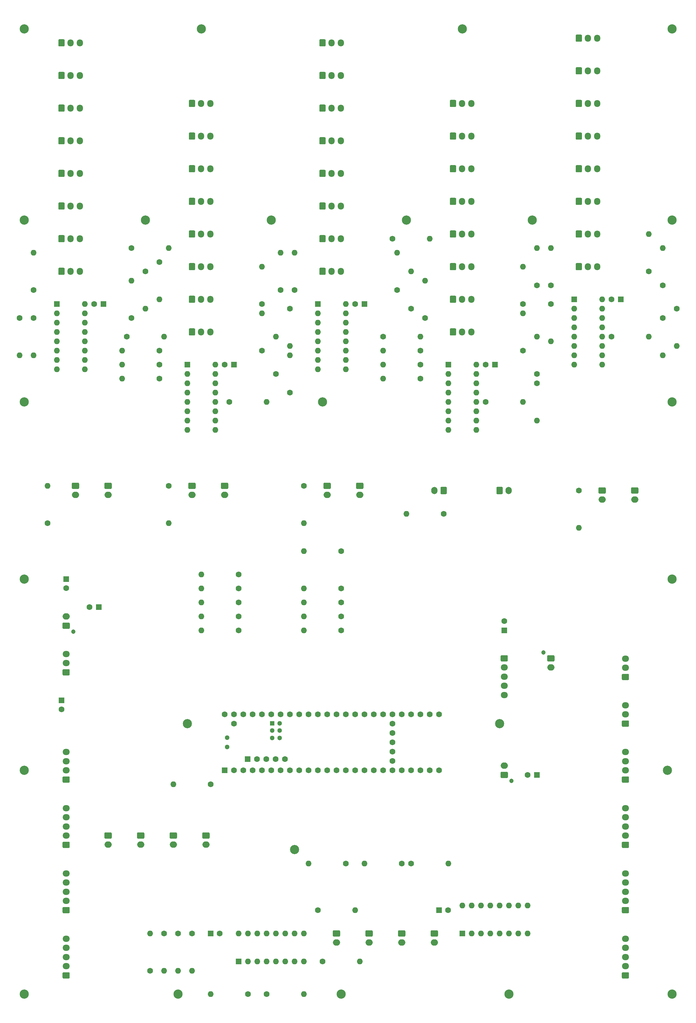
<source format=gbr>
%TF.GenerationSoftware,KiCad,Pcbnew,5.1.9*%
%TF.CreationDate,2021-03-20T19:28:51+01:00*%
%TF.ProjectId,mixer.pcb,6d697865-722e-4706-9362-2e6b69636164,0.2*%
%TF.SameCoordinates,Original*%
%TF.FileFunction,Soldermask,Bot*%
%TF.FilePolarity,Negative*%
%FSLAX46Y46*%
G04 Gerber Fmt 4.6, Leading zero omitted, Abs format (unit mm)*
G04 Created by KiCad (PCBNEW 5.1.9) date 2021-03-20 19:28:51*
%MOMM*%
%LPD*%
G01*
G04 APERTURE LIST*
%ADD10C,1.600000*%
%ADD11R,1.600000X1.600000*%
%ADD12R,1.300000X1.300000*%
%ADD13C,1.300000*%
%ADD14O,2.000000X1.700000*%
%ADD15O,1.600000X1.600000*%
%ADD16C,2.500000*%
%ADD17O,1.950000X1.700000*%
%ADD18O,1.700000X1.950000*%
%ADD19O,1.700000X2.000000*%
%ADD20C,1.200000*%
G04 APERTURE END LIST*
D10*
%TO.C,U5*%
X73660000Y-205740000D03*
X87579200Y-215389200D03*
X85039200Y-215389200D03*
X82499200Y-215389200D03*
X79959200Y-215389200D03*
D11*
X77419200Y-215389200D03*
D10*
X71120000Y-203200000D03*
X73660000Y-203200000D03*
X76200000Y-203200000D03*
X78740000Y-203200000D03*
X81280000Y-203200000D03*
X83820000Y-203200000D03*
X86360000Y-203200000D03*
X88900000Y-203200000D03*
X91440000Y-203200000D03*
X93980000Y-203200000D03*
X96520000Y-203200000D03*
X99060000Y-203200000D03*
X101600000Y-203200000D03*
X104140000Y-203200000D03*
D11*
X71120000Y-218440000D03*
D10*
X73660000Y-218440000D03*
X76200000Y-218440000D03*
X78740000Y-218440000D03*
X81280000Y-218440000D03*
X83820000Y-218440000D03*
X86360000Y-218440000D03*
X88900000Y-218440000D03*
X91440000Y-218440000D03*
X93980000Y-218440000D03*
X96520000Y-218440000D03*
X99060000Y-218440000D03*
X101600000Y-218440000D03*
X106680000Y-203200000D03*
X109220000Y-203200000D03*
X111760000Y-203200000D03*
X114300000Y-203200000D03*
X116840000Y-203200000D03*
X119380000Y-203200000D03*
X121920000Y-203200000D03*
X124460000Y-203200000D03*
X127000000Y-203200000D03*
X129540000Y-203200000D03*
X129540000Y-218440000D03*
X127000000Y-218440000D03*
X124460000Y-218440000D03*
X121920000Y-218440000D03*
X104140000Y-218440000D03*
X106680000Y-218440000D03*
X109220000Y-218440000D03*
X119380000Y-218440000D03*
X116840000Y-218440000D03*
X114300000Y-218440000D03*
X111760000Y-218440000D03*
D12*
X84090000Y-205638400D03*
D13*
X86090000Y-205638400D03*
X84090000Y-207638400D03*
X86090000Y-207638400D03*
X86090000Y-209638400D03*
X84090000Y-209638400D03*
D10*
X116840000Y-215900000D03*
X116840000Y-213360000D03*
X116840000Y-210820000D03*
X116840000Y-208280000D03*
X116840000Y-205740000D03*
D13*
X71850000Y-212090000D03*
X71850000Y-209550000D03*
%TD*%
%TO.C,pfl_btn_master1*%
G36*
G01*
X182130000Y-141390000D02*
X183630000Y-141390000D01*
G75*
G02*
X183880000Y-141640000I0J-250000D01*
G01*
X183880000Y-142840000D01*
G75*
G02*
X183630000Y-143090000I-250000J0D01*
G01*
X182130000Y-143090000D01*
G75*
G02*
X181880000Y-142840000I0J250000D01*
G01*
X181880000Y-141640000D01*
G75*
G02*
X182130000Y-141390000I250000J0D01*
G01*
G37*
D14*
X182880000Y-144740000D03*
%TD*%
D10*
%TO.C,R26*%
X53340000Y-107950000D03*
D15*
X43180000Y-107950000D03*
%TD*%
D16*
%TO.C,REF\u002A\u002A*%
X154940000Y-68580000D03*
%TD*%
%TO.C,REF\u002A\u002A*%
X49530000Y-68580000D03*
%TD*%
%TO.C,REF\u002A\u002A*%
X83820000Y-68580000D03*
%TD*%
%TO.C,REF\u002A\u002A*%
X120650000Y-68580000D03*
%TD*%
%TO.C,REF\u002A\u002A*%
X146050000Y-205740000D03*
%TD*%
%TO.C,REF\u002A\u002A*%
X90170000Y-240030000D03*
%TD*%
%TO.C,REF\u002A\u002A*%
X60960000Y-205740000D03*
%TD*%
%TO.C,REF\u002A\u002A*%
X97790000Y-118110000D03*
%TD*%
%TO.C,REF\u002A\u002A*%
X16510000Y-68580000D03*
%TD*%
%TO.C,REF\u002A\u002A*%
X16510000Y-118110000D03*
%TD*%
%TO.C,REF\u002A\u002A*%
X16510000Y-166370000D03*
%TD*%
%TO.C,REF\u002A\u002A*%
X16510000Y-218440000D03*
%TD*%
%TO.C,REF\u002A\u002A*%
X148590000Y-279400000D03*
%TD*%
%TO.C,REF\u002A\u002A*%
X16510000Y-279400000D03*
%TD*%
%TO.C,REF\u002A\u002A*%
X58420000Y-279400000D03*
%TD*%
%TO.C,REF\u002A\u002A*%
X102870000Y-279400000D03*
%TD*%
%TO.C,REF\u002A\u002A*%
X193040000Y-279400000D03*
%TD*%
%TO.C,REF\u002A\u002A*%
X191770000Y-218440000D03*
%TD*%
%TO.C,REF\u002A\u002A*%
X193040000Y-166370000D03*
%TD*%
%TO.C,REF\u002A\u002A*%
X193040000Y-118110000D03*
%TD*%
%TO.C,REF\u002A\u002A*%
X193040000Y-68580000D03*
%TD*%
%TO.C,REF\u002A\u002A*%
X193040000Y-16510000D03*
%TD*%
%TO.C,REF\u002A\u002A*%
X135890000Y-16510000D03*
%TD*%
%TO.C,REF\u002A\u002A*%
X64770000Y-16510000D03*
%TD*%
%TO.C,REF\u002A\u002A*%
X16510000Y-16510000D03*
%TD*%
D10*
%TO.C,R2*%
X62230000Y-262890000D03*
D15*
X62230000Y-273050000D03*
%TD*%
D10*
%TO.C,R13*%
X15240000Y-95250000D03*
D15*
X15240000Y-105410000D03*
%TD*%
%TO.C,FX-BTNs1*%
X74930000Y-262890000D03*
X92710000Y-270510000D03*
X77470000Y-262890000D03*
X90170000Y-270510000D03*
X80010000Y-262890000D03*
X87630000Y-270510000D03*
X82550000Y-262890000D03*
X85090000Y-270510000D03*
X85090000Y-262890000D03*
X82550000Y-270510000D03*
X87630000Y-262890000D03*
X80010000Y-270510000D03*
X90170000Y-262890000D03*
X77470000Y-270510000D03*
X92710000Y-262890000D03*
D11*
X74930000Y-270510000D03*
%TD*%
D17*
%TO.C,fx1_enc2*%
X27940000Y-246540000D03*
X27940000Y-249040000D03*
X27940000Y-251540000D03*
X27940000Y-254040000D03*
G36*
G01*
X28665000Y-257390000D02*
X27215000Y-257390000D01*
G75*
G02*
X26965000Y-257140000I0J250000D01*
G01*
X26965000Y-255940000D01*
G75*
G02*
X27215000Y-255690000I250000J0D01*
G01*
X28665000Y-255690000D01*
G75*
G02*
X28915000Y-255940000I0J-250000D01*
G01*
X28915000Y-257140000D01*
G75*
G02*
X28665000Y-257390000I-250000J0D01*
G01*
G37*
%TD*%
D18*
%TO.C,MuxCh1_4*%
X31670000Y-46990000D03*
X29170000Y-46990000D03*
G36*
G01*
X25820000Y-47715000D02*
X25820000Y-46265000D01*
G75*
G02*
X26070000Y-46015000I250000J0D01*
G01*
X27270000Y-46015000D01*
G75*
G02*
X27520000Y-46265000I0J-250000D01*
G01*
X27520000Y-47715000D01*
G75*
G02*
X27270000Y-47965000I-250000J0D01*
G01*
X26070000Y-47965000D01*
G75*
G02*
X25820000Y-47715000I0J250000D01*
G01*
G37*
%TD*%
%TO.C,MuxCh1_5*%
X31670000Y-55880000D03*
X29170000Y-55880000D03*
G36*
G01*
X25820000Y-56605000D02*
X25820000Y-55155000D01*
G75*
G02*
X26070000Y-54905000I250000J0D01*
G01*
X27270000Y-54905000D01*
G75*
G02*
X27520000Y-55155000I0J-250000D01*
G01*
X27520000Y-56605000D01*
G75*
G02*
X27270000Y-56855000I-250000J0D01*
G01*
X26070000Y-56855000D01*
G75*
G02*
X25820000Y-56605000I0J250000D01*
G01*
G37*
%TD*%
%TO.C,MuxCh1_2*%
G36*
G01*
X25820000Y-29935000D02*
X25820000Y-28485000D01*
G75*
G02*
X26070000Y-28235000I250000J0D01*
G01*
X27270000Y-28235000D01*
G75*
G02*
X27520000Y-28485000I0J-250000D01*
G01*
X27520000Y-29935000D01*
G75*
G02*
X27270000Y-30185000I-250000J0D01*
G01*
X26070000Y-30185000D01*
G75*
G02*
X25820000Y-29935000I0J250000D01*
G01*
G37*
X29170000Y-29210000D03*
X31670000Y-29210000D03*
%TD*%
D11*
%TO.C,MuxCh1*%
X25400000Y-91440000D03*
D15*
X33020000Y-109220000D03*
X25400000Y-93980000D03*
X33020000Y-106680000D03*
X25400000Y-96520000D03*
X33020000Y-104140000D03*
X25400000Y-99060000D03*
X33020000Y-101600000D03*
X25400000Y-101600000D03*
X33020000Y-99060000D03*
X25400000Y-104140000D03*
X33020000Y-96520000D03*
X25400000Y-106680000D03*
X33020000Y-93980000D03*
X25400000Y-109220000D03*
X33020000Y-91440000D03*
%TD*%
D18*
%TO.C,MuxCh1_3*%
X31670000Y-38100000D03*
X29170000Y-38100000D03*
G36*
G01*
X25820000Y-38825000D02*
X25820000Y-37375000D01*
G75*
G02*
X26070000Y-37125000I250000J0D01*
G01*
X27270000Y-37125000D01*
G75*
G02*
X27520000Y-37375000I0J-250000D01*
G01*
X27520000Y-38825000D01*
G75*
G02*
X27270000Y-39075000I-250000J0D01*
G01*
X26070000Y-39075000D01*
G75*
G02*
X25820000Y-38825000I0J250000D01*
G01*
G37*
%TD*%
%TO.C,MuxCh1_6*%
G36*
G01*
X25820000Y-65495000D02*
X25820000Y-64045000D01*
G75*
G02*
X26070000Y-63795000I250000J0D01*
G01*
X27270000Y-63795000D01*
G75*
G02*
X27520000Y-64045000I0J-250000D01*
G01*
X27520000Y-65495000D01*
G75*
G02*
X27270000Y-65745000I-250000J0D01*
G01*
X26070000Y-65745000D01*
G75*
G02*
X25820000Y-65495000I0J250000D01*
G01*
G37*
X29170000Y-64770000D03*
X31670000Y-64770000D03*
%TD*%
%TO.C,MuxCh1_7*%
G36*
G01*
X25820000Y-74385000D02*
X25820000Y-72935000D01*
G75*
G02*
X26070000Y-72685000I250000J0D01*
G01*
X27270000Y-72685000D01*
G75*
G02*
X27520000Y-72935000I0J-250000D01*
G01*
X27520000Y-74385000D01*
G75*
G02*
X27270000Y-74635000I-250000J0D01*
G01*
X26070000Y-74635000D01*
G75*
G02*
X25820000Y-74385000I0J250000D01*
G01*
G37*
X29170000Y-73660000D03*
X31670000Y-73660000D03*
%TD*%
%TO.C,MuxCh1_8*%
X31670000Y-82550000D03*
X29170000Y-82550000D03*
G36*
G01*
X25820000Y-83275000D02*
X25820000Y-81825000D01*
G75*
G02*
X26070000Y-81575000I250000J0D01*
G01*
X27270000Y-81575000D01*
G75*
G02*
X27520000Y-81825000I0J-250000D01*
G01*
X27520000Y-83275000D01*
G75*
G02*
X27270000Y-83525000I-250000J0D01*
G01*
X26070000Y-83525000D01*
G75*
G02*
X25820000Y-83275000I0J250000D01*
G01*
G37*
%TD*%
%TO.C,MuxCh1_1*%
X31670000Y-20320000D03*
X29170000Y-20320000D03*
G36*
G01*
X25820000Y-21045000D02*
X25820000Y-19595000D01*
G75*
G02*
X26070000Y-19345000I250000J0D01*
G01*
X27270000Y-19345000D01*
G75*
G02*
X27520000Y-19595000I0J-250000D01*
G01*
X27520000Y-21045000D01*
G75*
G02*
X27270000Y-21295000I-250000J0D01*
G01*
X26070000Y-21295000D01*
G75*
G02*
X25820000Y-21045000I0J250000D01*
G01*
G37*
%TD*%
%TO.C,NeoPixel1*%
G36*
G01*
X28665000Y-192620000D02*
X27215000Y-192620000D01*
G75*
G02*
X26965000Y-192370000I0J250000D01*
G01*
X26965000Y-191170000D01*
G75*
G02*
X27215000Y-190920000I250000J0D01*
G01*
X28665000Y-190920000D01*
G75*
G02*
X28915000Y-191170000I0J-250000D01*
G01*
X28915000Y-192370000D01*
G75*
G02*
X28665000Y-192620000I-250000J0D01*
G01*
G37*
D17*
X27940000Y-189270000D03*
X27940000Y-186770000D03*
%TD*%
%TO.C,vu_matrix*%
X147320000Y-197960000D03*
X147320000Y-195460000D03*
X147320000Y-192960000D03*
X147320000Y-190460000D03*
G36*
G01*
X146595000Y-187110000D02*
X148045000Y-187110000D01*
G75*
G02*
X148295000Y-187360000I0J-250000D01*
G01*
X148295000Y-188560000D01*
G75*
G02*
X148045000Y-188810000I-250000J0D01*
G01*
X146595000Y-188810000D01*
G75*
G02*
X146345000Y-188560000I0J250000D01*
G01*
X146345000Y-187360000D01*
G75*
G02*
X146595000Y-187110000I250000J0D01*
G01*
G37*
%TD*%
%TO.C,display_1*%
G36*
G01*
X28665000Y-221830000D02*
X27215000Y-221830000D01*
G75*
G02*
X26965000Y-221580000I0J250000D01*
G01*
X26965000Y-220380000D01*
G75*
G02*
X27215000Y-220130000I250000J0D01*
G01*
X28665000Y-220130000D01*
G75*
G02*
X28915000Y-220380000I0J-250000D01*
G01*
X28915000Y-221580000D01*
G75*
G02*
X28665000Y-221830000I-250000J0D01*
G01*
G37*
X27940000Y-218480000D03*
X27940000Y-215980000D03*
X27940000Y-213480000D03*
%TD*%
%TO.C,display_2*%
X180340000Y-213480000D03*
X180340000Y-215980000D03*
X180340000Y-218480000D03*
G36*
G01*
X181065000Y-221830000D02*
X179615000Y-221830000D01*
G75*
G02*
X179365000Y-221580000I0J250000D01*
G01*
X179365000Y-220380000D01*
G75*
G02*
X179615000Y-220130000I250000J0D01*
G01*
X181065000Y-220130000D01*
G75*
G02*
X181315000Y-220380000I0J-250000D01*
G01*
X181315000Y-221580000D01*
G75*
G02*
X181065000Y-221830000I-250000J0D01*
G01*
G37*
%TD*%
%TO.C,fx1_btn1*%
G36*
G01*
X100850000Y-262040000D02*
X102350000Y-262040000D01*
G75*
G02*
X102600000Y-262290000I0J-250000D01*
G01*
X102600000Y-263490000D01*
G75*
G02*
X102350000Y-263740000I-250000J0D01*
G01*
X100850000Y-263740000D01*
G75*
G02*
X100600000Y-263490000I0J250000D01*
G01*
X100600000Y-262290000D01*
G75*
G02*
X100850000Y-262040000I250000J0D01*
G01*
G37*
D14*
X101600000Y-265390000D03*
%TD*%
%TO.C,fx1_btn2*%
X48260000Y-238720000D03*
G36*
G01*
X47510000Y-235370000D02*
X49010000Y-235370000D01*
G75*
G02*
X49260000Y-235620000I0J-250000D01*
G01*
X49260000Y-236820000D01*
G75*
G02*
X49010000Y-237070000I-250000J0D01*
G01*
X47510000Y-237070000D01*
G75*
G02*
X47260000Y-236820000I0J250000D01*
G01*
X47260000Y-235620000D01*
G75*
G02*
X47510000Y-235370000I250000J0D01*
G01*
G37*
%TD*%
%TO.C,fx1_btn3*%
X57150000Y-238720000D03*
G36*
G01*
X56400000Y-235370000D02*
X57900000Y-235370000D01*
G75*
G02*
X58150000Y-235620000I0J-250000D01*
G01*
X58150000Y-236820000D01*
G75*
G02*
X57900000Y-237070000I-250000J0D01*
G01*
X56400000Y-237070000D01*
G75*
G02*
X56150000Y-236820000I0J250000D01*
G01*
X56150000Y-235620000D01*
G75*
G02*
X56400000Y-235370000I250000J0D01*
G01*
G37*
%TD*%
%TO.C,fx1_btn4*%
G36*
G01*
X65290000Y-235370000D02*
X66790000Y-235370000D01*
G75*
G02*
X67040000Y-235620000I0J-250000D01*
G01*
X67040000Y-236820000D01*
G75*
G02*
X66790000Y-237070000I-250000J0D01*
G01*
X65290000Y-237070000D01*
G75*
G02*
X65040000Y-236820000I0J250000D01*
G01*
X65040000Y-235620000D01*
G75*
G02*
X65290000Y-235370000I250000J0D01*
G01*
G37*
X66040000Y-238720000D03*
%TD*%
D17*
%TO.C,fx1_enc1*%
X27940000Y-228760000D03*
X27940000Y-231260000D03*
X27940000Y-233760000D03*
X27940000Y-236260000D03*
G36*
G01*
X28665000Y-239610000D02*
X27215000Y-239610000D01*
G75*
G02*
X26965000Y-239360000I0J250000D01*
G01*
X26965000Y-238160000D01*
G75*
G02*
X27215000Y-237910000I250000J0D01*
G01*
X28665000Y-237910000D01*
G75*
G02*
X28915000Y-238160000I0J-250000D01*
G01*
X28915000Y-239360000D01*
G75*
G02*
X28665000Y-239610000I-250000J0D01*
G01*
G37*
%TD*%
%TO.C,fx1_enc3*%
X27940000Y-264320000D03*
X27940000Y-266820000D03*
X27940000Y-269320000D03*
X27940000Y-271820000D03*
G36*
G01*
X28665000Y-275170000D02*
X27215000Y-275170000D01*
G75*
G02*
X26965000Y-274920000I0J250000D01*
G01*
X26965000Y-273720000D01*
G75*
G02*
X27215000Y-273470000I250000J0D01*
G01*
X28665000Y-273470000D01*
G75*
G02*
X28915000Y-273720000I0J-250000D01*
G01*
X28915000Y-274920000D01*
G75*
G02*
X28665000Y-275170000I-250000J0D01*
G01*
G37*
%TD*%
D14*
%TO.C,fx2_btn1*%
X39370000Y-238720000D03*
G36*
G01*
X38620000Y-235370000D02*
X40120000Y-235370000D01*
G75*
G02*
X40370000Y-235620000I0J-250000D01*
G01*
X40370000Y-236820000D01*
G75*
G02*
X40120000Y-237070000I-250000J0D01*
G01*
X38620000Y-237070000D01*
G75*
G02*
X38370000Y-236820000I0J250000D01*
G01*
X38370000Y-235620000D01*
G75*
G02*
X38620000Y-235370000I250000J0D01*
G01*
G37*
%TD*%
%TO.C,fx2_btn2*%
G36*
G01*
X109740000Y-262040000D02*
X111240000Y-262040000D01*
G75*
G02*
X111490000Y-262290000I0J-250000D01*
G01*
X111490000Y-263490000D01*
G75*
G02*
X111240000Y-263740000I-250000J0D01*
G01*
X109740000Y-263740000D01*
G75*
G02*
X109490000Y-263490000I0J250000D01*
G01*
X109490000Y-262290000D01*
G75*
G02*
X109740000Y-262040000I250000J0D01*
G01*
G37*
X110490000Y-265390000D03*
%TD*%
%TO.C,fx2_btn3*%
X119380000Y-265390000D03*
G36*
G01*
X118630000Y-262040000D02*
X120130000Y-262040000D01*
G75*
G02*
X120380000Y-262290000I0J-250000D01*
G01*
X120380000Y-263490000D01*
G75*
G02*
X120130000Y-263740000I-250000J0D01*
G01*
X118630000Y-263740000D01*
G75*
G02*
X118380000Y-263490000I0J250000D01*
G01*
X118380000Y-262290000D01*
G75*
G02*
X118630000Y-262040000I250000J0D01*
G01*
G37*
%TD*%
%TO.C,fx2_btn4*%
G36*
G01*
X127520000Y-262040000D02*
X129020000Y-262040000D01*
G75*
G02*
X129270000Y-262290000I0J-250000D01*
G01*
X129270000Y-263490000D01*
G75*
G02*
X129020000Y-263740000I-250000J0D01*
G01*
X127520000Y-263740000D01*
G75*
G02*
X127270000Y-263490000I0J250000D01*
G01*
X127270000Y-262290000D01*
G75*
G02*
X127520000Y-262040000I250000J0D01*
G01*
G37*
X128270000Y-265390000D03*
%TD*%
%TO.C,fx2_enc1*%
G36*
G01*
X181065000Y-239610000D02*
X179615000Y-239610000D01*
G75*
G02*
X179365000Y-239360000I0J250000D01*
G01*
X179365000Y-238160000D01*
G75*
G02*
X179615000Y-237910000I250000J0D01*
G01*
X181065000Y-237910000D01*
G75*
G02*
X181315000Y-238160000I0J-250000D01*
G01*
X181315000Y-239360000D01*
G75*
G02*
X181065000Y-239610000I-250000J0D01*
G01*
G37*
D17*
X180340000Y-236260000D03*
X180340000Y-233760000D03*
X180340000Y-231260000D03*
X180340000Y-228760000D03*
%TD*%
%TO.C,fx2_enc2*%
X180340000Y-246540000D03*
X180340000Y-249040000D03*
X180340000Y-251540000D03*
X180340000Y-254040000D03*
G36*
G01*
X181065000Y-257390000D02*
X179615000Y-257390000D01*
G75*
G02*
X179365000Y-257140000I0J250000D01*
G01*
X179365000Y-255940000D01*
G75*
G02*
X179615000Y-255690000I250000J0D01*
G01*
X181065000Y-255690000D01*
G75*
G02*
X181315000Y-255940000I0J-250000D01*
G01*
X181315000Y-257140000D01*
G75*
G02*
X181065000Y-257390000I-250000J0D01*
G01*
G37*
%TD*%
%TO.C,fx2_enc3*%
G36*
G01*
X181065000Y-275170000D02*
X179615000Y-275170000D01*
G75*
G02*
X179365000Y-274920000I0J250000D01*
G01*
X179365000Y-273720000D01*
G75*
G02*
X179615000Y-273470000I250000J0D01*
G01*
X181065000Y-273470000D01*
G75*
G02*
X181315000Y-273720000I0J-250000D01*
G01*
X181315000Y-274920000D01*
G75*
G02*
X181065000Y-275170000I-250000J0D01*
G01*
G37*
X180340000Y-271820000D03*
X180340000Y-269320000D03*
X180340000Y-266820000D03*
X180340000Y-264320000D03*
%TD*%
D11*
%TO.C,fxEncBtns1*%
X135890000Y-262890000D03*
D15*
X153670000Y-255270000D03*
X138430000Y-262890000D03*
X151130000Y-255270000D03*
X140970000Y-262890000D03*
X148590000Y-255270000D03*
X143510000Y-262890000D03*
X146050000Y-255270000D03*
X146050000Y-262890000D03*
X143510000Y-255270000D03*
X148590000Y-262890000D03*
X140970000Y-255270000D03*
X151130000Y-262890000D03*
X138430000Y-255270000D03*
X153670000Y-262890000D03*
X135890000Y-255270000D03*
%TD*%
%TO.C,pfl_btn_1*%
G36*
G01*
X38620000Y-140120000D02*
X40120000Y-140120000D01*
G75*
G02*
X40370000Y-140370000I0J-250000D01*
G01*
X40370000Y-141570000D01*
G75*
G02*
X40120000Y-141820000I-250000J0D01*
G01*
X38620000Y-141820000D01*
G75*
G02*
X38370000Y-141570000I0J250000D01*
G01*
X38370000Y-140370000D01*
G75*
G02*
X38620000Y-140120000I250000J0D01*
G01*
G37*
D14*
X39370000Y-143470000D03*
%TD*%
%TO.C,pfl_btn_2*%
X71120000Y-143470000D03*
G36*
G01*
X70370000Y-140120000D02*
X71870000Y-140120000D01*
G75*
G02*
X72120000Y-140370000I0J-250000D01*
G01*
X72120000Y-141570000D01*
G75*
G02*
X71870000Y-141820000I-250000J0D01*
G01*
X70370000Y-141820000D01*
G75*
G02*
X70120000Y-141570000I0J250000D01*
G01*
X70120000Y-140370000D01*
G75*
G02*
X70370000Y-140120000I250000J0D01*
G01*
G37*
%TD*%
%TO.C,pfl_btn_3*%
G36*
G01*
X107200000Y-140120000D02*
X108700000Y-140120000D01*
G75*
G02*
X108950000Y-140370000I0J-250000D01*
G01*
X108950000Y-141570000D01*
G75*
G02*
X108700000Y-141820000I-250000J0D01*
G01*
X107200000Y-141820000D01*
G75*
G02*
X106950000Y-141570000I0J250000D01*
G01*
X106950000Y-140370000D01*
G75*
G02*
X107200000Y-140120000I250000J0D01*
G01*
G37*
X107950000Y-143470000D03*
%TD*%
D19*
%TO.C,pfl_btn_4*%
X148550000Y-142240000D03*
G36*
G01*
X145200000Y-142990000D02*
X145200000Y-141490000D01*
G75*
G02*
X145450000Y-141240000I250000J0D01*
G01*
X146650000Y-141240000D01*
G75*
G02*
X146900000Y-141490000I0J-250000D01*
G01*
X146900000Y-142990000D01*
G75*
G02*
X146650000Y-143240000I-250000J0D01*
G01*
X145450000Y-143240000D01*
G75*
G02*
X145200000Y-142990000I0J250000D01*
G01*
G37*
%TD*%
D14*
%TO.C,pfl_led_1*%
X30480000Y-143470000D03*
G36*
G01*
X29730000Y-140120000D02*
X31230000Y-140120000D01*
G75*
G02*
X31480000Y-140370000I0J-250000D01*
G01*
X31480000Y-141570000D01*
G75*
G02*
X31230000Y-141820000I-250000J0D01*
G01*
X29730000Y-141820000D01*
G75*
G02*
X29480000Y-141570000I0J250000D01*
G01*
X29480000Y-140370000D01*
G75*
G02*
X29730000Y-140120000I250000J0D01*
G01*
G37*
%TD*%
%TO.C,pfl_led_2*%
G36*
G01*
X61480000Y-140120000D02*
X62980000Y-140120000D01*
G75*
G02*
X63230000Y-140370000I0J-250000D01*
G01*
X63230000Y-141570000D01*
G75*
G02*
X62980000Y-141820000I-250000J0D01*
G01*
X61480000Y-141820000D01*
G75*
G02*
X61230000Y-141570000I0J250000D01*
G01*
X61230000Y-140370000D01*
G75*
G02*
X61480000Y-140120000I250000J0D01*
G01*
G37*
X62230000Y-143470000D03*
%TD*%
%TO.C,pfl_led_3*%
G36*
G01*
X98310000Y-140120000D02*
X99810000Y-140120000D01*
G75*
G02*
X100060000Y-140370000I0J-250000D01*
G01*
X100060000Y-141570000D01*
G75*
G02*
X99810000Y-141820000I-250000J0D01*
G01*
X98310000Y-141820000D01*
G75*
G02*
X98060000Y-141570000I0J250000D01*
G01*
X98060000Y-140370000D01*
G75*
G02*
X98310000Y-140120000I250000J0D01*
G01*
G37*
X99060000Y-143470000D03*
%TD*%
D19*
%TO.C,pfl_led_4*%
X128310000Y-142240000D03*
G36*
G01*
X131660000Y-141490000D02*
X131660000Y-142990000D01*
G75*
G02*
X131410000Y-143240000I-250000J0D01*
G01*
X130210000Y-143240000D01*
G75*
G02*
X129960000Y-142990000I0J250000D01*
G01*
X129960000Y-141490000D01*
G75*
G02*
X130210000Y-141240000I250000J0D01*
G01*
X131410000Y-141240000D01*
G75*
G02*
X131660000Y-141490000I0J-250000D01*
G01*
G37*
%TD*%
D14*
%TO.C,pfl_led_master1*%
X173990000Y-144740000D03*
G36*
G01*
X173240000Y-141390000D02*
X174740000Y-141390000D01*
G75*
G02*
X174990000Y-141640000I0J-250000D01*
G01*
X174990000Y-142840000D01*
G75*
G02*
X174740000Y-143090000I-250000J0D01*
G01*
X173240000Y-143090000D01*
G75*
G02*
X172990000Y-142840000I0J250000D01*
G01*
X172990000Y-141640000D01*
G75*
G02*
X173240000Y-141390000I250000J0D01*
G01*
G37*
%TD*%
D17*
%TO.C,spare28*%
X180340000Y-188040000D03*
X180340000Y-190540000D03*
G36*
G01*
X181065000Y-193890000D02*
X179615000Y-193890000D01*
G75*
G02*
X179365000Y-193640000I0J250000D01*
G01*
X179365000Y-192440000D01*
G75*
G02*
X179615000Y-192190000I250000J0D01*
G01*
X181065000Y-192190000D01*
G75*
G02*
X181315000Y-192440000I0J-250000D01*
G01*
X181315000Y-193640000D01*
G75*
G02*
X181065000Y-193890000I-250000J0D01*
G01*
G37*
%TD*%
%TO.C,spare29*%
X180340000Y-200740000D03*
X180340000Y-203240000D03*
G36*
G01*
X181065000Y-206590000D02*
X179615000Y-206590000D01*
G75*
G02*
X179365000Y-206340000I0J250000D01*
G01*
X179365000Y-205140000D01*
G75*
G02*
X179615000Y-204890000I250000J0D01*
G01*
X181065000Y-204890000D01*
G75*
G02*
X181315000Y-205140000I0J-250000D01*
G01*
X181315000Y-206340000D01*
G75*
G02*
X181065000Y-206590000I-250000J0D01*
G01*
G37*
%TD*%
D11*
%TO.C,C1*%
X26670000Y-199390000D03*
D10*
X26670000Y-201890000D03*
%TD*%
D15*
%TO.C,MuxCh2*%
X68580000Y-107950000D03*
X60960000Y-125730000D03*
X68580000Y-110490000D03*
X60960000Y-123190000D03*
X68580000Y-113030000D03*
X60960000Y-120650000D03*
X68580000Y-115570000D03*
X60960000Y-118110000D03*
X68580000Y-118110000D03*
X60960000Y-115570000D03*
X68580000Y-120650000D03*
X60960000Y-113030000D03*
X68580000Y-123190000D03*
X60960000Y-110490000D03*
X68580000Y-125730000D03*
D11*
X60960000Y-107950000D03*
%TD*%
D15*
%TO.C,MuxCh3*%
X104140000Y-91440000D03*
X96520000Y-109220000D03*
X104140000Y-93980000D03*
X96520000Y-106680000D03*
X104140000Y-96520000D03*
X96520000Y-104140000D03*
X104140000Y-99060000D03*
X96520000Y-101600000D03*
X104140000Y-101600000D03*
X96520000Y-99060000D03*
X104140000Y-104140000D03*
X96520000Y-96520000D03*
X104140000Y-106680000D03*
X96520000Y-93980000D03*
X104140000Y-109220000D03*
D11*
X96520000Y-91440000D03*
%TD*%
%TO.C,MuxCh4*%
X132080000Y-107950000D03*
D15*
X139700000Y-125730000D03*
X132080000Y-110490000D03*
X139700000Y-123190000D03*
X132080000Y-113030000D03*
X139700000Y-120650000D03*
X132080000Y-115570000D03*
X139700000Y-118110000D03*
X132080000Y-118110000D03*
X139700000Y-115570000D03*
X132080000Y-120650000D03*
X139700000Y-113030000D03*
X132080000Y-123190000D03*
X139700000Y-110490000D03*
X132080000Y-125730000D03*
X139700000Y-107950000D03*
%TD*%
D11*
%TO.C,MuxCh5*%
X166370000Y-90170000D03*
D15*
X173990000Y-107950000D03*
X166370000Y-92710000D03*
X173990000Y-105410000D03*
X166370000Y-95250000D03*
X173990000Y-102870000D03*
X166370000Y-97790000D03*
X173990000Y-100330000D03*
X166370000Y-100330000D03*
X173990000Y-97790000D03*
X166370000Y-102870000D03*
X173990000Y-95250000D03*
X166370000Y-105410000D03*
X173990000Y-92710000D03*
X166370000Y-107950000D03*
X173990000Y-90170000D03*
%TD*%
D18*
%TO.C,MuxCh2_1*%
X67230000Y-36830000D03*
X64730000Y-36830000D03*
G36*
G01*
X61380000Y-37555000D02*
X61380000Y-36105000D01*
G75*
G02*
X61630000Y-35855000I250000J0D01*
G01*
X62830000Y-35855000D01*
G75*
G02*
X63080000Y-36105000I0J-250000D01*
G01*
X63080000Y-37555000D01*
G75*
G02*
X62830000Y-37805000I-250000J0D01*
G01*
X61630000Y-37805000D01*
G75*
G02*
X61380000Y-37555000I0J250000D01*
G01*
G37*
%TD*%
%TO.C,MuxCh2_2*%
X67230000Y-45720000D03*
X64730000Y-45720000D03*
G36*
G01*
X61380000Y-46445000D02*
X61380000Y-44995000D01*
G75*
G02*
X61630000Y-44745000I250000J0D01*
G01*
X62830000Y-44745000D01*
G75*
G02*
X63080000Y-44995000I0J-250000D01*
G01*
X63080000Y-46445000D01*
G75*
G02*
X62830000Y-46695000I-250000J0D01*
G01*
X61630000Y-46695000D01*
G75*
G02*
X61380000Y-46445000I0J250000D01*
G01*
G37*
%TD*%
%TO.C,MuxCh2_3*%
G36*
G01*
X61380000Y-55335000D02*
X61380000Y-53885000D01*
G75*
G02*
X61630000Y-53635000I250000J0D01*
G01*
X62830000Y-53635000D01*
G75*
G02*
X63080000Y-53885000I0J-250000D01*
G01*
X63080000Y-55335000D01*
G75*
G02*
X62830000Y-55585000I-250000J0D01*
G01*
X61630000Y-55585000D01*
G75*
G02*
X61380000Y-55335000I0J250000D01*
G01*
G37*
X64730000Y-54610000D03*
X67230000Y-54610000D03*
%TD*%
%TO.C,MuxCh2_4*%
G36*
G01*
X61380000Y-64225000D02*
X61380000Y-62775000D01*
G75*
G02*
X61630000Y-62525000I250000J0D01*
G01*
X62830000Y-62525000D01*
G75*
G02*
X63080000Y-62775000I0J-250000D01*
G01*
X63080000Y-64225000D01*
G75*
G02*
X62830000Y-64475000I-250000J0D01*
G01*
X61630000Y-64475000D01*
G75*
G02*
X61380000Y-64225000I0J250000D01*
G01*
G37*
X64730000Y-63500000D03*
X67230000Y-63500000D03*
%TD*%
%TO.C,MuxCh2_5*%
G36*
G01*
X61380000Y-73115000D02*
X61380000Y-71665000D01*
G75*
G02*
X61630000Y-71415000I250000J0D01*
G01*
X62830000Y-71415000D01*
G75*
G02*
X63080000Y-71665000I0J-250000D01*
G01*
X63080000Y-73115000D01*
G75*
G02*
X62830000Y-73365000I-250000J0D01*
G01*
X61630000Y-73365000D01*
G75*
G02*
X61380000Y-73115000I0J250000D01*
G01*
G37*
X64730000Y-72390000D03*
X67230000Y-72390000D03*
%TD*%
%TO.C,MuxCh2_6*%
X67230000Y-81280000D03*
X64730000Y-81280000D03*
G36*
G01*
X61380000Y-82005000D02*
X61380000Y-80555000D01*
G75*
G02*
X61630000Y-80305000I250000J0D01*
G01*
X62830000Y-80305000D01*
G75*
G02*
X63080000Y-80555000I0J-250000D01*
G01*
X63080000Y-82005000D01*
G75*
G02*
X62830000Y-82255000I-250000J0D01*
G01*
X61630000Y-82255000D01*
G75*
G02*
X61380000Y-82005000I0J250000D01*
G01*
G37*
%TD*%
%TO.C,MuxCh2_7*%
X67230000Y-90170000D03*
X64730000Y-90170000D03*
G36*
G01*
X61380000Y-90895000D02*
X61380000Y-89445000D01*
G75*
G02*
X61630000Y-89195000I250000J0D01*
G01*
X62830000Y-89195000D01*
G75*
G02*
X63080000Y-89445000I0J-250000D01*
G01*
X63080000Y-90895000D01*
G75*
G02*
X62830000Y-91145000I-250000J0D01*
G01*
X61630000Y-91145000D01*
G75*
G02*
X61380000Y-90895000I0J250000D01*
G01*
G37*
%TD*%
%TO.C,MuxCh2_8*%
G36*
G01*
X61380000Y-99785000D02*
X61380000Y-98335000D01*
G75*
G02*
X61630000Y-98085000I250000J0D01*
G01*
X62830000Y-98085000D01*
G75*
G02*
X63080000Y-98335000I0J-250000D01*
G01*
X63080000Y-99785000D01*
G75*
G02*
X62830000Y-100035000I-250000J0D01*
G01*
X61630000Y-100035000D01*
G75*
G02*
X61380000Y-99785000I0J250000D01*
G01*
G37*
X64730000Y-99060000D03*
X67230000Y-99060000D03*
%TD*%
%TO.C,MuxCh3_1*%
G36*
G01*
X96940000Y-21045000D02*
X96940000Y-19595000D01*
G75*
G02*
X97190000Y-19345000I250000J0D01*
G01*
X98390000Y-19345000D01*
G75*
G02*
X98640000Y-19595000I0J-250000D01*
G01*
X98640000Y-21045000D01*
G75*
G02*
X98390000Y-21295000I-250000J0D01*
G01*
X97190000Y-21295000D01*
G75*
G02*
X96940000Y-21045000I0J250000D01*
G01*
G37*
X100290000Y-20320000D03*
X102790000Y-20320000D03*
%TD*%
%TO.C,MuxCh3_2*%
X102790000Y-29210000D03*
X100290000Y-29210000D03*
G36*
G01*
X96940000Y-29935000D02*
X96940000Y-28485000D01*
G75*
G02*
X97190000Y-28235000I250000J0D01*
G01*
X98390000Y-28235000D01*
G75*
G02*
X98640000Y-28485000I0J-250000D01*
G01*
X98640000Y-29935000D01*
G75*
G02*
X98390000Y-30185000I-250000J0D01*
G01*
X97190000Y-30185000D01*
G75*
G02*
X96940000Y-29935000I0J250000D01*
G01*
G37*
%TD*%
%TO.C,MuxCh3_3*%
G36*
G01*
X96940000Y-38825000D02*
X96940000Y-37375000D01*
G75*
G02*
X97190000Y-37125000I250000J0D01*
G01*
X98390000Y-37125000D01*
G75*
G02*
X98640000Y-37375000I0J-250000D01*
G01*
X98640000Y-38825000D01*
G75*
G02*
X98390000Y-39075000I-250000J0D01*
G01*
X97190000Y-39075000D01*
G75*
G02*
X96940000Y-38825000I0J250000D01*
G01*
G37*
X100290000Y-38100000D03*
X102790000Y-38100000D03*
%TD*%
%TO.C,MuxCh3_4*%
G36*
G01*
X96940000Y-47715000D02*
X96940000Y-46265000D01*
G75*
G02*
X97190000Y-46015000I250000J0D01*
G01*
X98390000Y-46015000D01*
G75*
G02*
X98640000Y-46265000I0J-250000D01*
G01*
X98640000Y-47715000D01*
G75*
G02*
X98390000Y-47965000I-250000J0D01*
G01*
X97190000Y-47965000D01*
G75*
G02*
X96940000Y-47715000I0J250000D01*
G01*
G37*
X100290000Y-46990000D03*
X102790000Y-46990000D03*
%TD*%
%TO.C,MuxCh3_5*%
X102790000Y-55880000D03*
X100290000Y-55880000D03*
G36*
G01*
X96940000Y-56605000D02*
X96940000Y-55155000D01*
G75*
G02*
X97190000Y-54905000I250000J0D01*
G01*
X98390000Y-54905000D01*
G75*
G02*
X98640000Y-55155000I0J-250000D01*
G01*
X98640000Y-56605000D01*
G75*
G02*
X98390000Y-56855000I-250000J0D01*
G01*
X97190000Y-56855000D01*
G75*
G02*
X96940000Y-56605000I0J250000D01*
G01*
G37*
%TD*%
%TO.C,MuxCh3_6*%
G36*
G01*
X96940000Y-65495000D02*
X96940000Y-64045000D01*
G75*
G02*
X97190000Y-63795000I250000J0D01*
G01*
X98390000Y-63795000D01*
G75*
G02*
X98640000Y-64045000I0J-250000D01*
G01*
X98640000Y-65495000D01*
G75*
G02*
X98390000Y-65745000I-250000J0D01*
G01*
X97190000Y-65745000D01*
G75*
G02*
X96940000Y-65495000I0J250000D01*
G01*
G37*
X100290000Y-64770000D03*
X102790000Y-64770000D03*
%TD*%
%TO.C,MuxCh3_7*%
G36*
G01*
X96940000Y-74385000D02*
X96940000Y-72935000D01*
G75*
G02*
X97190000Y-72685000I250000J0D01*
G01*
X98390000Y-72685000D01*
G75*
G02*
X98640000Y-72935000I0J-250000D01*
G01*
X98640000Y-74385000D01*
G75*
G02*
X98390000Y-74635000I-250000J0D01*
G01*
X97190000Y-74635000D01*
G75*
G02*
X96940000Y-74385000I0J250000D01*
G01*
G37*
X100290000Y-73660000D03*
X102790000Y-73660000D03*
%TD*%
%TO.C,MuxCh3_8*%
X102790000Y-82550000D03*
X100290000Y-82550000D03*
G36*
G01*
X96940000Y-83275000D02*
X96940000Y-81825000D01*
G75*
G02*
X97190000Y-81575000I250000J0D01*
G01*
X98390000Y-81575000D01*
G75*
G02*
X98640000Y-81825000I0J-250000D01*
G01*
X98640000Y-83275000D01*
G75*
G02*
X98390000Y-83525000I-250000J0D01*
G01*
X97190000Y-83525000D01*
G75*
G02*
X96940000Y-83275000I0J250000D01*
G01*
G37*
%TD*%
%TO.C,MuxCh4_1*%
G36*
G01*
X132500000Y-37555000D02*
X132500000Y-36105000D01*
G75*
G02*
X132750000Y-35855000I250000J0D01*
G01*
X133950000Y-35855000D01*
G75*
G02*
X134200000Y-36105000I0J-250000D01*
G01*
X134200000Y-37555000D01*
G75*
G02*
X133950000Y-37805000I-250000J0D01*
G01*
X132750000Y-37805000D01*
G75*
G02*
X132500000Y-37555000I0J250000D01*
G01*
G37*
X135850000Y-36830000D03*
X138350000Y-36830000D03*
%TD*%
%TO.C,MuxCh4_2*%
X138350000Y-45720000D03*
X135850000Y-45720000D03*
G36*
G01*
X132500000Y-46445000D02*
X132500000Y-44995000D01*
G75*
G02*
X132750000Y-44745000I250000J0D01*
G01*
X133950000Y-44745000D01*
G75*
G02*
X134200000Y-44995000I0J-250000D01*
G01*
X134200000Y-46445000D01*
G75*
G02*
X133950000Y-46695000I-250000J0D01*
G01*
X132750000Y-46695000D01*
G75*
G02*
X132500000Y-46445000I0J250000D01*
G01*
G37*
%TD*%
%TO.C,MuxCh4_3*%
X138350000Y-54610000D03*
X135850000Y-54610000D03*
G36*
G01*
X132500000Y-55335000D02*
X132500000Y-53885000D01*
G75*
G02*
X132750000Y-53635000I250000J0D01*
G01*
X133950000Y-53635000D01*
G75*
G02*
X134200000Y-53885000I0J-250000D01*
G01*
X134200000Y-55335000D01*
G75*
G02*
X133950000Y-55585000I-250000J0D01*
G01*
X132750000Y-55585000D01*
G75*
G02*
X132500000Y-55335000I0J250000D01*
G01*
G37*
%TD*%
%TO.C,MuxCh4_4*%
G36*
G01*
X132500000Y-64225000D02*
X132500000Y-62775000D01*
G75*
G02*
X132750000Y-62525000I250000J0D01*
G01*
X133950000Y-62525000D01*
G75*
G02*
X134200000Y-62775000I0J-250000D01*
G01*
X134200000Y-64225000D01*
G75*
G02*
X133950000Y-64475000I-250000J0D01*
G01*
X132750000Y-64475000D01*
G75*
G02*
X132500000Y-64225000I0J250000D01*
G01*
G37*
X135850000Y-63500000D03*
X138350000Y-63500000D03*
%TD*%
%TO.C,MuxCh4_5*%
X138350000Y-72390000D03*
X135850000Y-72390000D03*
G36*
G01*
X132500000Y-73115000D02*
X132500000Y-71665000D01*
G75*
G02*
X132750000Y-71415000I250000J0D01*
G01*
X133950000Y-71415000D01*
G75*
G02*
X134200000Y-71665000I0J-250000D01*
G01*
X134200000Y-73115000D01*
G75*
G02*
X133950000Y-73365000I-250000J0D01*
G01*
X132750000Y-73365000D01*
G75*
G02*
X132500000Y-73115000I0J250000D01*
G01*
G37*
%TD*%
%TO.C,MuxCh4_6*%
G36*
G01*
X132500000Y-82005000D02*
X132500000Y-80555000D01*
G75*
G02*
X132750000Y-80305000I250000J0D01*
G01*
X133950000Y-80305000D01*
G75*
G02*
X134200000Y-80555000I0J-250000D01*
G01*
X134200000Y-82005000D01*
G75*
G02*
X133950000Y-82255000I-250000J0D01*
G01*
X132750000Y-82255000D01*
G75*
G02*
X132500000Y-82005000I0J250000D01*
G01*
G37*
X135850000Y-81280000D03*
X138350000Y-81280000D03*
%TD*%
%TO.C,MuxCh4_7*%
X138350000Y-90170000D03*
X135850000Y-90170000D03*
G36*
G01*
X132500000Y-90895000D02*
X132500000Y-89445000D01*
G75*
G02*
X132750000Y-89195000I250000J0D01*
G01*
X133950000Y-89195000D01*
G75*
G02*
X134200000Y-89445000I0J-250000D01*
G01*
X134200000Y-90895000D01*
G75*
G02*
X133950000Y-91145000I-250000J0D01*
G01*
X132750000Y-91145000D01*
G75*
G02*
X132500000Y-90895000I0J250000D01*
G01*
G37*
%TD*%
%TO.C,MuxCh4_8*%
X138350000Y-99060000D03*
X135850000Y-99060000D03*
G36*
G01*
X132500000Y-99785000D02*
X132500000Y-98335000D01*
G75*
G02*
X132750000Y-98085000I250000J0D01*
G01*
X133950000Y-98085000D01*
G75*
G02*
X134200000Y-98335000I0J-250000D01*
G01*
X134200000Y-99785000D01*
G75*
G02*
X133950000Y-100035000I-250000J0D01*
G01*
X132750000Y-100035000D01*
G75*
G02*
X132500000Y-99785000I0J250000D01*
G01*
G37*
%TD*%
%TO.C,MuxCh5_1*%
G36*
G01*
X166790000Y-19775000D02*
X166790000Y-18325000D01*
G75*
G02*
X167040000Y-18075000I250000J0D01*
G01*
X168240000Y-18075000D01*
G75*
G02*
X168490000Y-18325000I0J-250000D01*
G01*
X168490000Y-19775000D01*
G75*
G02*
X168240000Y-20025000I-250000J0D01*
G01*
X167040000Y-20025000D01*
G75*
G02*
X166790000Y-19775000I0J250000D01*
G01*
G37*
X170140000Y-19050000D03*
X172640000Y-19050000D03*
%TD*%
%TO.C,MuxCh5_2*%
X172640000Y-27940000D03*
X170140000Y-27940000D03*
G36*
G01*
X166790000Y-28665000D02*
X166790000Y-27215000D01*
G75*
G02*
X167040000Y-26965000I250000J0D01*
G01*
X168240000Y-26965000D01*
G75*
G02*
X168490000Y-27215000I0J-250000D01*
G01*
X168490000Y-28665000D01*
G75*
G02*
X168240000Y-28915000I-250000J0D01*
G01*
X167040000Y-28915000D01*
G75*
G02*
X166790000Y-28665000I0J250000D01*
G01*
G37*
%TD*%
%TO.C,MuxCh5_3*%
G36*
G01*
X166790000Y-37555000D02*
X166790000Y-36105000D01*
G75*
G02*
X167040000Y-35855000I250000J0D01*
G01*
X168240000Y-35855000D01*
G75*
G02*
X168490000Y-36105000I0J-250000D01*
G01*
X168490000Y-37555000D01*
G75*
G02*
X168240000Y-37805000I-250000J0D01*
G01*
X167040000Y-37805000D01*
G75*
G02*
X166790000Y-37555000I0J250000D01*
G01*
G37*
X170140000Y-36830000D03*
X172640000Y-36830000D03*
%TD*%
%TO.C,MuxCh5_4*%
G36*
G01*
X166790000Y-46445000D02*
X166790000Y-44995000D01*
G75*
G02*
X167040000Y-44745000I250000J0D01*
G01*
X168240000Y-44745000D01*
G75*
G02*
X168490000Y-44995000I0J-250000D01*
G01*
X168490000Y-46445000D01*
G75*
G02*
X168240000Y-46695000I-250000J0D01*
G01*
X167040000Y-46695000D01*
G75*
G02*
X166790000Y-46445000I0J250000D01*
G01*
G37*
X170140000Y-45720000D03*
X172640000Y-45720000D03*
%TD*%
%TO.C,MuxCh5_5*%
X172640000Y-54610000D03*
X170140000Y-54610000D03*
G36*
G01*
X166790000Y-55335000D02*
X166790000Y-53885000D01*
G75*
G02*
X167040000Y-53635000I250000J0D01*
G01*
X168240000Y-53635000D01*
G75*
G02*
X168490000Y-53885000I0J-250000D01*
G01*
X168490000Y-55335000D01*
G75*
G02*
X168240000Y-55585000I-250000J0D01*
G01*
X167040000Y-55585000D01*
G75*
G02*
X166790000Y-55335000I0J250000D01*
G01*
G37*
%TD*%
%TO.C,MuxCh5_6*%
G36*
G01*
X166790000Y-64225000D02*
X166790000Y-62775000D01*
G75*
G02*
X167040000Y-62525000I250000J0D01*
G01*
X168240000Y-62525000D01*
G75*
G02*
X168490000Y-62775000I0J-250000D01*
G01*
X168490000Y-64225000D01*
G75*
G02*
X168240000Y-64475000I-250000J0D01*
G01*
X167040000Y-64475000D01*
G75*
G02*
X166790000Y-64225000I0J250000D01*
G01*
G37*
X170140000Y-63500000D03*
X172640000Y-63500000D03*
%TD*%
%TO.C,MuxCh5_7*%
X172640000Y-72390000D03*
X170140000Y-72390000D03*
G36*
G01*
X166790000Y-73115000D02*
X166790000Y-71665000D01*
G75*
G02*
X167040000Y-71415000I250000J0D01*
G01*
X168240000Y-71415000D01*
G75*
G02*
X168490000Y-71665000I0J-250000D01*
G01*
X168490000Y-73115000D01*
G75*
G02*
X168240000Y-73365000I-250000J0D01*
G01*
X167040000Y-73365000D01*
G75*
G02*
X166790000Y-73115000I0J250000D01*
G01*
G37*
%TD*%
%TO.C,MuxCh5_8*%
X172640000Y-81280000D03*
X170140000Y-81280000D03*
G36*
G01*
X166790000Y-82005000D02*
X166790000Y-80555000D01*
G75*
G02*
X167040000Y-80305000I250000J0D01*
G01*
X168240000Y-80305000D01*
G75*
G02*
X168490000Y-80555000I0J-250000D01*
G01*
X168490000Y-82005000D01*
G75*
G02*
X168240000Y-82255000I-250000J0D01*
G01*
X167040000Y-82255000D01*
G75*
G02*
X166790000Y-82005000I0J250000D01*
G01*
G37*
%TD*%
D15*
%TO.C,R1*%
X106680000Y-256540000D03*
D10*
X96520000Y-256540000D03*
%TD*%
D15*
%TO.C,R3*%
X58420000Y-273050000D03*
D10*
X58420000Y-262890000D03*
%TD*%
%TO.C,R4*%
X54610000Y-262890000D03*
D15*
X54610000Y-273050000D03*
%TD*%
%TO.C,R5*%
X50800000Y-262890000D03*
D10*
X50800000Y-273050000D03*
%TD*%
%TO.C,R6*%
X97790000Y-270510000D03*
D15*
X107950000Y-270510000D03*
%TD*%
%TO.C,R7*%
X67310000Y-279400000D03*
D10*
X77470000Y-279400000D03*
%TD*%
%TO.C,R8*%
X82550000Y-279400000D03*
D15*
X92710000Y-279400000D03*
%TD*%
D10*
%TO.C,R9*%
X44450000Y-100330000D03*
D15*
X54610000Y-100330000D03*
%TD*%
D10*
%TO.C,R10*%
X45720000Y-95250000D03*
D15*
X45720000Y-85090000D03*
%TD*%
D10*
%TO.C,R11*%
X49530000Y-82550000D03*
D15*
X49530000Y-92710000D03*
%TD*%
%TO.C,R12*%
X53340000Y-90170000D03*
D10*
X53340000Y-80010000D03*
%TD*%
D15*
%TO.C,R14*%
X55880000Y-76200000D03*
D10*
X45720000Y-76200000D03*
%TD*%
%TO.C,R15*%
X19050000Y-95250000D03*
D15*
X19050000Y-105410000D03*
%TD*%
%TO.C,R16*%
X19050000Y-77470000D03*
D10*
X19050000Y-87630000D03*
%TD*%
%TO.C,R17*%
X104140000Y-243840000D03*
D15*
X93980000Y-243840000D03*
%TD*%
D10*
%TO.C,R18*%
X22860000Y-151130000D03*
D15*
X22860000Y-140970000D03*
%TD*%
%TO.C,R19*%
X57150000Y-222250000D03*
D10*
X67310000Y-222250000D03*
%TD*%
%TO.C,R20*%
X119380000Y-243840000D03*
D15*
X109220000Y-243840000D03*
%TD*%
%TO.C,R21*%
X132080000Y-243840000D03*
D10*
X121920000Y-243840000D03*
%TD*%
D15*
%TO.C,R22*%
X82550000Y-118110000D03*
D10*
X72390000Y-118110000D03*
%TD*%
%TO.C,R23*%
X88900000Y-115570000D03*
D15*
X88900000Y-105410000D03*
%TD*%
%TO.C,R24*%
X85090000Y-100330000D03*
D10*
X85090000Y-110490000D03*
%TD*%
D15*
%TO.C,R25*%
X81280000Y-93980000D03*
D10*
X81280000Y-104140000D03*
%TD*%
D15*
%TO.C,R27*%
X81280000Y-81280000D03*
D10*
X81280000Y-91440000D03*
%TD*%
%TO.C,R28*%
X53340000Y-111760000D03*
D15*
X43180000Y-111760000D03*
%TD*%
%TO.C,R29*%
X43180000Y-104140000D03*
D10*
X53340000Y-104140000D03*
%TD*%
D15*
%TO.C,R30*%
X167640000Y-152400000D03*
D10*
X167640000Y-142240000D03*
%TD*%
%TO.C,R31*%
X130810000Y-148590000D03*
D15*
X120650000Y-148590000D03*
%TD*%
D10*
%TO.C,R32*%
X92710000Y-140970000D03*
D15*
X92710000Y-151130000D03*
%TD*%
D10*
%TO.C,R33*%
X55880000Y-140970000D03*
D15*
X55880000Y-151130000D03*
%TD*%
%TO.C,R34*%
X64770000Y-180340000D03*
D10*
X74930000Y-180340000D03*
%TD*%
%TO.C,R35*%
X74930000Y-176530000D03*
D15*
X64770000Y-176530000D03*
%TD*%
D10*
%TO.C,R36*%
X74930000Y-172720000D03*
D15*
X64770000Y-172720000D03*
%TD*%
%TO.C,R37*%
X64770000Y-168910000D03*
D10*
X74930000Y-168910000D03*
%TD*%
D15*
%TO.C,R38*%
X64770000Y-165100000D03*
D10*
X74930000Y-165100000D03*
%TD*%
D15*
%TO.C,R39*%
X92710000Y-172720000D03*
D10*
X102870000Y-172720000D03*
%TD*%
%TO.C,R40*%
X102870000Y-168910000D03*
D15*
X92710000Y-168910000D03*
%TD*%
%TO.C,R41*%
X92710000Y-158750000D03*
D10*
X102870000Y-158750000D03*
%TD*%
%TO.C,R42*%
X102870000Y-180340000D03*
D15*
X92710000Y-180340000D03*
%TD*%
%TO.C,R43*%
X92710000Y-176530000D03*
D10*
X102870000Y-176530000D03*
%TD*%
%TO.C,R44*%
X114300000Y-100330000D03*
D15*
X124460000Y-100330000D03*
%TD*%
%TO.C,R45*%
X125730000Y-85090000D03*
D10*
X125730000Y-95250000D03*
%TD*%
%TO.C,R46*%
X121920000Y-92710000D03*
D15*
X121920000Y-82550000D03*
%TD*%
%TO.C,R47*%
X118110000Y-77470000D03*
D10*
X118110000Y-87630000D03*
%TD*%
D15*
%TO.C,R48*%
X86360000Y-77470000D03*
D10*
X86360000Y-87630000D03*
%TD*%
%TO.C,R49*%
X116840000Y-73660000D03*
D15*
X127000000Y-73660000D03*
%TD*%
D10*
%TO.C,R50*%
X88900000Y-92710000D03*
D15*
X88900000Y-102870000D03*
%TD*%
%TO.C,R51*%
X90170000Y-77470000D03*
D10*
X90170000Y-87630000D03*
%TD*%
D15*
%TO.C,R52*%
X152400000Y-118110000D03*
D10*
X142240000Y-118110000D03*
%TD*%
%TO.C,R53*%
X156210000Y-113030000D03*
D15*
X156210000Y-123190000D03*
%TD*%
D10*
%TO.C,R54*%
X156210000Y-110490000D03*
D15*
X156210000Y-100330000D03*
%TD*%
%TO.C,R55*%
X152400000Y-93980000D03*
D10*
X152400000Y-104140000D03*
%TD*%
%TO.C,R56*%
X124460000Y-107950000D03*
D15*
X114300000Y-107950000D03*
%TD*%
%TO.C,R57*%
X152400000Y-81280000D03*
D10*
X152400000Y-91440000D03*
%TD*%
D15*
%TO.C,R58*%
X114300000Y-111760000D03*
D10*
X124460000Y-111760000D03*
%TD*%
%TO.C,R59*%
X124460000Y-104140000D03*
D15*
X114300000Y-104140000D03*
%TD*%
D10*
%TO.C,R60*%
X176530000Y-100330000D03*
D15*
X186690000Y-100330000D03*
%TD*%
%TO.C,R61*%
X190500000Y-105410000D03*
D10*
X190500000Y-95250000D03*
%TD*%
%TO.C,R62*%
X194310000Y-92710000D03*
D15*
X194310000Y-102870000D03*
%TD*%
%TO.C,R63*%
X190500000Y-76200000D03*
D10*
X190500000Y-86360000D03*
%TD*%
%TO.C,R64*%
X156210000Y-86360000D03*
D15*
X156210000Y-76200000D03*
%TD*%
%TO.C,R65*%
X186690000Y-72390000D03*
D10*
X186690000Y-82550000D03*
%TD*%
%TO.C,R66*%
X160020000Y-91440000D03*
D15*
X160020000Y-101600000D03*
%TD*%
%TO.C,R67*%
X160020000Y-76200000D03*
D10*
X160020000Y-86360000D03*
%TD*%
%TO.C,C2*%
X147320000Y-177840000D03*
D11*
X147320000Y-180340000D03*
%TD*%
%TO.C,C3*%
X156210000Y-219710000D03*
D10*
X153710000Y-219710000D03*
%TD*%
D11*
%TO.C,C4*%
X38100000Y-91440000D03*
D10*
X35600000Y-91440000D03*
%TD*%
%TO.C,C5*%
X34330000Y-173990000D03*
D11*
X36830000Y-173990000D03*
%TD*%
D10*
%TO.C,C6*%
X71160000Y-107950000D03*
D11*
X73660000Y-107950000D03*
%TD*%
%TO.C,C7*%
X27940000Y-166370000D03*
D10*
X27940000Y-168870000D03*
%TD*%
D11*
%TO.C,C8*%
X109220000Y-91440000D03*
D10*
X106720000Y-91440000D03*
%TD*%
%TO.C,C9*%
X142280000Y-107950000D03*
D11*
X144780000Y-107950000D03*
%TD*%
%TO.C,C10*%
X179070000Y-90170000D03*
D10*
X176570000Y-90170000D03*
%TD*%
D20*
%TO.C,3.3V_Test1*%
X149320000Y-221310000D03*
D14*
X147320000Y-217210000D03*
G36*
G01*
X148070000Y-220560000D02*
X146570000Y-220560000D01*
G75*
G02*
X146320000Y-220310000I0J250000D01*
G01*
X146320000Y-219110000D01*
G75*
G02*
X146570000Y-218860000I250000J0D01*
G01*
X148070000Y-218860000D01*
G75*
G02*
X148320000Y-219110000I0J-250000D01*
G01*
X148320000Y-220310000D01*
G75*
G02*
X148070000Y-220560000I-250000J0D01*
G01*
G37*
%TD*%
%TO.C,3.3V_Test2*%
G36*
G01*
X28690000Y-179920000D02*
X27190000Y-179920000D01*
G75*
G02*
X26940000Y-179670000I0J250000D01*
G01*
X26940000Y-178470000D01*
G75*
G02*
X27190000Y-178220000I250000J0D01*
G01*
X28690000Y-178220000D01*
G75*
G02*
X28940000Y-178470000I0J-250000D01*
G01*
X28940000Y-179670000D01*
G75*
G02*
X28690000Y-179920000I-250000J0D01*
G01*
G37*
X27940000Y-176570000D03*
D20*
X29940000Y-180670000D03*
%TD*%
%TO.C,3.3V_In*%
G36*
G01*
X159270000Y-187110000D02*
X160770000Y-187110000D01*
G75*
G02*
X161020000Y-187360000I0J-250000D01*
G01*
X161020000Y-188560000D01*
G75*
G02*
X160770000Y-188810000I-250000J0D01*
G01*
X159270000Y-188810000D01*
G75*
G02*
X159020000Y-188560000I0J250000D01*
G01*
X159020000Y-187360000D01*
G75*
G02*
X159270000Y-187110000I250000J0D01*
G01*
G37*
D14*
X160020000Y-190460000D03*
D20*
X158020000Y-186360000D03*
%TD*%
D11*
%TO.C,C11*%
X67310000Y-262890000D03*
D10*
X69810000Y-262890000D03*
%TD*%
%TO.C,C12*%
X132040000Y-256540000D03*
D11*
X129540000Y-256540000D03*
%TD*%
M02*

</source>
